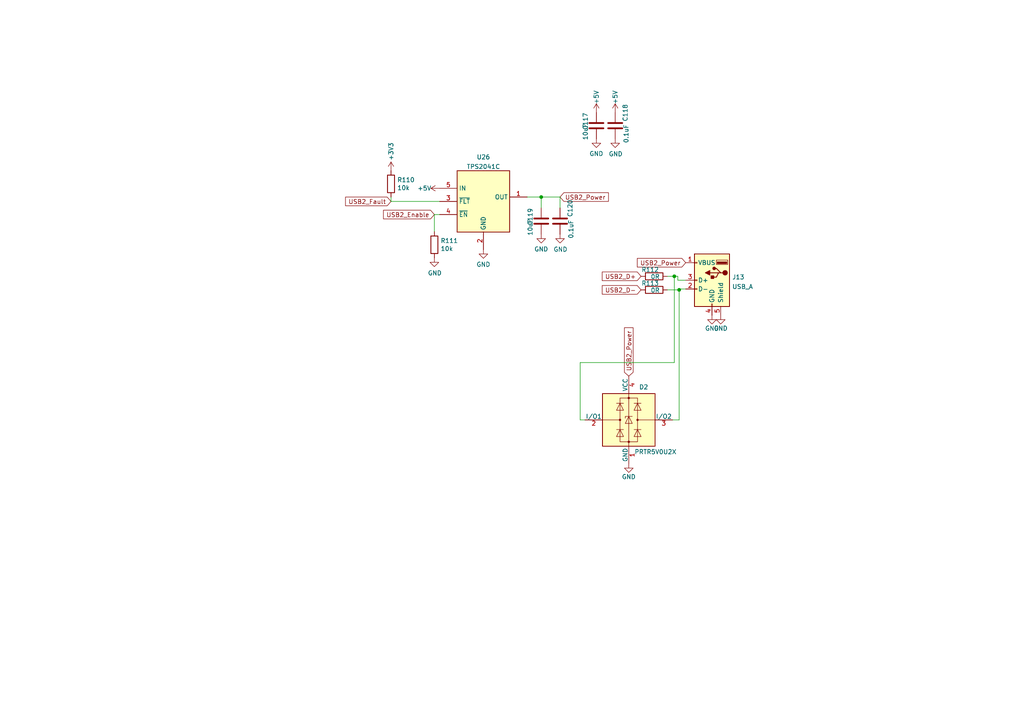
<source format=kicad_sch>
(kicad_sch (version 20211123) (generator eeschema)
  (paper "A4")
  (lib_symbols
    (symbol "Connector:USB_A" (pin_names (offset 1.016))
      (property "Reference" "J" (at -5.08 11.43 0))
      (property "Value" "USB_A" (at -5.08 8.89 0))
      (symbol "USB_A_0_1"
        (rectangle (start -5.08 -7.62) (end 5.08 7.62) (stroke (width 0.254)) (fill (type background)))
        (circle (center -3.81 2.159) (radius 0.635) (stroke (width 0.254)) (fill (type outline)))
        (rectangle (start -1.524 4.826) (end -4.318 5.334) (fill (type outline)))
        (rectangle (start -1.27 4.572) (end -4.572 5.842))
        (circle (center -0.635 3.429) (radius 0.381) (stroke (width 0.254)) (fill (type outline)))
        (rectangle (start -0.127 -7.62) (end 0.127 -6.858))
        (polyline (pts (xy -3.175 2.159) (xy -2.54 2.159) (xy -1.27 3.429) (xy -0.635 3.429)) (stroke (width 0.254)))
        (polyline (pts (xy -2.54 2.159) (xy -1.905 2.159) (xy -1.27 0.889) (xy 0 0.889)) (stroke (width 0.254)))
        (polyline (pts (xy 0.635 2.794) (xy 0.635 1.524) (xy 1.905 2.159) (xy 0.635 2.794)) (stroke (width 0.254)) (fill (type outline)))
        (rectangle (start 0.254 1.27) (end -0.508 0.508) (stroke (width 0.254)) (fill (type outline)))
        (rectangle (start 5.08 -2.667) (end 4.318 -2.413))
        (rectangle (start 5.08 -0.127) (end 4.318 0.127))
        (rectangle (start 5.08 4.953) (end 4.318 5.207))
      )
      (symbol "USB_A_1_1"
        (polyline (pts (xy -1.905 2.159) (xy 0.635 2.159)) (stroke (width 0.254)))
        (pin power_in line (at 7.62 5.08 180) (length 2.54) (name "VBUS") (number "1"))
        (pin bidirectional line (at 7.62 -2.54 180) (length 2.54) (name "D-") (number "2"))
        (pin bidirectional line (at 7.62 0 180) (length 2.54) (name "D+") (number "3"))
        (pin power_in line (at 0 -10.16 90) (length 2.54) (name "GND") (number "4"))
        (pin passive line (at -2.54 -10.16 90) (length 2.54) (name "Shield") (number "5"))
      )
    )
    (symbol "Device:C" (pin_numbers hide) (pin_names (offset 0.254))
      (property "Reference" "C" (at 0.635 2.54 0))
      (property "Value" "C" (at 0.635 -2.54 0))
      (symbol "C_0_1"
        (polyline (pts (xy -2.032 -0.762) (xy 2.032 -0.762)) (stroke (width 0.508)))
        (polyline (pts (xy -2.032 0.762) (xy 2.032 0.762)) (stroke (width 0.508)))
      )
      (symbol "C_1_1"
        (pin passive line (at 0 3.81 270) (length 2.794) (name "~") (number "1"))
        (pin passive line (at 0 -3.81 90) (length 2.794) (name "~") (number "2"))
      )
    )
    (symbol "Device:R" (pin_numbers hide) (pin_names (offset 0))
      (property "Reference" "R" (at 2.032 0 90))
      (property "Value" "R" (at 0 0 90))
      (symbol "R_0_1"
        (rectangle (start -1.016 -2.54) (end 1.016 2.54) (stroke (width 0.254)))
      )
      (symbol "R_1_1"
        (pin passive line (at 0 3.81 270) (length 1.27) (name "~") (number "1"))
        (pin passive line (at 0 -3.81 90) (length 1.27) (name "~") (number "2"))
      )
    )
    (symbol "Power_Protection:PRTR5V0U2X" (pin_names (offset 0))
      (property "Reference" "D" (at 2.794 8.636 0))
      (property "Value" "PRTR5V0U2X" (at 8.128 -9.398 0))
      (symbol "PRTR5V0U2X_0_1"
        (rectangle (start -7.62 -7.62) (end 7.62 7.62) (stroke (width 0.254)) (fill (type background)))
        (circle (center -2.54 0) (radius 0.254) (fill (type outline)))
        (rectangle (start -2.54 6.35) (end 2.54 -6.35))
        (circle (center 0 -6.35) (radius 0.254) (fill (type outline)))
        (polyline (pts (xy -2.54 0) (xy -7.62 0)))
        (polyline (pts (xy -1.524 -2.794) (xy -3.556 -2.794)))
        (polyline (pts (xy -1.524 4.826) (xy -3.556 4.826)))
        (polyline (pts (xy 0 -7.62) (xy 0 7.62)))
        (polyline (pts (xy 1.524 -2.794) (xy 3.556 -2.794)))
        (polyline (pts (xy 1.524 4.826) (xy 3.556 4.826)))
        (polyline (pts (xy 2.54 0) (xy 7.62 0)))
        (polyline (pts (xy 1.016 1.016) (xy -1.016 1.016) (xy -1.016 0.508)))
        (polyline (pts (xy -3.556 -4.826) (xy -1.524 -4.826) (xy -2.54 -2.794) (xy -3.556 -4.826)))
        (polyline (pts (xy -3.556 2.794) (xy -1.524 2.794) (xy -2.54 4.826) (xy -3.556 2.794)))
        (polyline (pts (xy -1.016 -1.016) (xy 1.016 -1.016) (xy 0 1.016) (xy -1.016 -1.016)))
        (polyline (pts (xy 3.556 -4.826) (xy 1.524 -4.826) (xy 2.54 -2.794) (xy 3.556 -4.826)))
        (polyline (pts (xy 3.556 2.794) (xy 1.524 2.794) (xy 2.54 4.826) (xy 3.556 2.794)))
        (circle (center 0 6.35) (radius 0.254) (fill (type outline)))
        (circle (center 2.54 0) (radius 0.254) (fill (type outline)))
      )
      (symbol "PRTR5V0U2X_1_1"
        (pin passive line (at 0 -12.7 90) (length 5.08) (name "GND") (number "1"))
        (pin passive line (at -12.7 0 0) (length 5.08) (name "I/O1") (number "2"))
        (pin passive line (at 12.7 0 180) (length 5.08) (name "I/O2") (number "3"))
        (pin passive line (at 0 12.7 270) (length 5.08) (name "VCC") (number "4"))
      )
    )
    (symbol "Symbols:TPS2041C"
      (property "Reference" "U" (at 0 10.16 0))
      (property "Value" "TPS2041C" (at 0 12.7 0))
      (symbol "TPS2041C_0_1"
        (rectangle (start -7.62 8.89) (end 7.62 -8.89) (stroke (width 0.254)) (fill (type background)))
      )
      (symbol "TPS2041C_1_1"
        (pin power_out line (at 12.7 1.27 180) (length 5.08) (name "OUT") (number "1"))
        (pin power_in line (at 0 -13.97 90) (length 5.08) (name "GND") (number "2"))
        (pin open_collector line (at -12.7 0 0) (length 5.08) (name "~{FLT}") (number "3"))
        (pin input line (at -12.7 -3.81 0) (length 5.08) (name "~{EN}") (number "4"))
        (pin power_in line (at -12.7 3.81 0) (length 5.08) (name "IN") (number "5"))
      )
    )
    (symbol "power:+3.3V" (power) (pin_names (offset 0))
      (property "Value" "+3.3V" (at 0 3.556 0))
      (symbol "+3.3V_0_1"
        (polyline (pts (xy -0.762 1.27) (xy 0 2.54)))
        (polyline (pts (xy 0 0) (xy 0 2.54)))
        (polyline (pts (xy 0 2.54) (xy 0.762 1.27)))
      )
      (symbol "+3.3V_1_1"
        (pin power_in line (at 0 0 90) (length 0) hide (name "+3V3") (number "1"))
      )
    )
    (symbol "power:+5V" (power) (pin_names (offset 0))
      (property "Value" "+5V" (at 0 3.556 0))
      (symbol "+5V_0_1"
        (polyline (pts (xy -0.762 1.27) (xy 0 2.54)))
        (polyline (pts (xy 0 0) (xy 0 2.54)))
        (polyline (pts (xy 0 2.54) (xy 0.762 1.27)))
      )
      (symbol "+5V_1_1"
        (pin power_in line (at 0 0 90) (length 0) hide (name "+5V") (number "1"))
      )
    )
    (symbol "power:GND" (power) (pin_names (offset 0))
      (property "Value" "GND" (at 0 -3.81 0))
      (symbol "GND_0_1"
        (polyline (pts (xy 0 0) (xy 0 -1.27) (xy 1.27 -1.27) (xy 0 -2.54) (xy -1.27 -1.27) (xy 0 -1.27)))
      )
      (symbol "GND_1_1"
        (pin power_in line (at 0 0 270) (length 0) hide (name "GND") (number "1"))
      )
    )
  )
  (junction (at 195.58 80.137))
  (junction (at 156.972 57.15))
  (junction (at 196.977 84.074))
  (wire (pts (xy 195.58 105.156) (xy 195.58 80.137)))
  (wire (pts (xy 168.275 121.793) (xy 168.275 105.156)))
  (wire (pts (xy 168.275 105.156) (xy 195.58 105.156)))
  (wire (pts (xy 113.411 58.42) (xy 113.411 57.15)))
  (wire (pts (xy 169.672 121.793) (xy 168.275 121.793)))
  (wire (pts (xy 196.596 80.137) (xy 195.58 80.137)))
  (wire (pts (xy 125.984 62.23) (xy 125.984 67.183)))
  (wire (pts (xy 198.882 81.28) (xy 196.596 81.28)))
  (wire (pts (xy 156.972 57.15) (xy 162.433 57.15)))
  (wire (pts (xy 197.358 83.82) (xy 198.882 83.82)))
  (wire (pts (xy 195.58 80.137) (xy 193.548 80.137)))
  (wire (pts (xy 196.977 84.074) (xy 196.977 121.793)))
  (wire (pts (xy 196.977 84.074) (xy 197.358 84.074)))
  (wire (pts (xy 156.972 57.15) (xy 156.972 60.325)))
  (wire (pts (xy 162.433 57.15) (xy 162.433 60.325)))
  (wire (pts (xy 152.908 57.15) (xy 156.972 57.15)))
  (wire (pts (xy 127.508 62.23) (xy 125.984 62.23)))
  (wire (pts (xy 195.072 121.793) (xy 196.977 121.793)))
  (wire (pts (xy 196.596 81.28) (xy 196.596 80.137)))
  (wire (pts (xy 197.358 84.074) (xy 197.358 83.82)))
  (wire (pts (xy 127.508 58.42) (xy 113.411 58.42)))
  (wire (pts (xy 193.548 84.074) (xy 196.977 84.074)))
  (global_label "USB2_D+" (shape input) (at 185.928 80.137 180) (property "Intersheet References" "${INTERSHEET_REFS}" (effects hide)))
  (global_label "USB2_D-" (shape input) (at 185.928 84.074 180) (property "Intersheet References" "${INTERSHEET_REFS}" (effects hide)))
  (global_label "USB2_Power" (shape input) (at 198.882 76.2 180) (property "Intersheet References" "${INTERSHEET_REFS}" (effects hide)))
  (global_label "USB2_Power" (shape input) (at 162.433 57.15 0) (property "Intersheet References" "${INTERSHEET_REFS}" (effects hide)))
  (global_label "USB2_Power" (shape input) (at 182.372 109.093 90) (property "Intersheet References" "${INTERSHEET_REFS}" (effects hide)))
  (global_label "USB2_Enable" (shape input) (at 125.984 62.23 180) (property "Intersheet References" "${INTERSHEET_REFS}" (effects hide)))
  (global_label "USB2_Fault" (shape input) (at 113.411 58.42 180) (property "Intersheet References" "${INTERSHEET_REFS}" (effects hide)))
  (symbol (lib_id "power:+5V") (at 178.435 32.639 0) (unit 1)
    (property "Reference" "#PWR0364" (effects hide))
    (property "Value" "+5V" (at 178.435 26.162 90) (effects (justify right)))
  )
  (symbol (lib_id "power:GND") (at 140.208 72.39 0) (unit 1)
    (property "Reference" "#PWR0371" (effects hide))
    (property "Value" "GND" (at 140.208 76.708 0))
  )
  (symbol (lib_id "power:GND") (at 156.972 67.945 0) (unit 1)
    (property "Reference" "#PWR0369" (effects hide))
    (property "Value" "GND" (at 156.972 72.263 0))
  )
  (symbol (lib_id "power:+5V") (at 127.508 54.61 90) (unit 1)
    (property "Reference" "#PWR0368" (effects hide))
    (property "Value" "+5V" (at 121.031 54.61 90) (effects (justify right)))
  )
  (symbol (lib_id "power:GND") (at 206.502 91.44 0) (unit 1)
    (property "Reference" "#PWR0373" (effects hide))
    (property "Value" "GND" (at 206.502 95.25 0))
  )
  (symbol (lib_id "power:+5V") (at 172.974 32.639 0) (unit 1)
    (property "Reference" "#PWR0363" (effects hide))
    (property "Value" "+5V" (at 172.974 26.162 90) (effects (justify right)))
  )
  (symbol (lib_id "power:GND") (at 172.974 40.259 0) (unit 1)
    (property "Reference" "#PWR0365" (effects hide))
    (property "Value" "GND" (at 172.974 44.577 0))
  )
  (symbol (lib_id "Device:C") (at 172.974 36.449 180) (unit 1)
    (property "Reference" "C117" (at 169.799 32.639 90) (effects (justify left)))
    (property "Value" "10uF" (at 169.799 35.814 90) (effects (justify left)))
    (property "Footprint" "Capacitor_SMD:C_0805_2012Metric" (effects hide))
  )
  (symbol (lib_id "Device:R") (at 189.738 80.137 90) (unit 1)
    (property "Reference" "R112" (at 191.135 78.232 90) (effects (justify left)))
    (property "Value" "0R" (at 191.389 80.264 90) (effects (justify left)))
    (property "Footprint" "Resistor_SMD:R_0603_1608Metric" (effects hide))
  )
  (symbol (lib_id "Device:C") (at 156.972 64.135 180) (unit 1)
    (property "Reference" "C119" (at 153.797 60.325 90) (effects (justify left)))
    (property "Value" "10uF" (at 153.797 63.5 90) (effects (justify left)))
    (property "Footprint" "Capacitor_SMD:C_0805_2012Metric" (effects hide))
  )
  (symbol (lib_id "Device:C") (at 162.433 64.135 0) (unit 1)
    (property "Reference" "C120" (at 165.354 62.9666 90) (effects (justify left)))
    (property "Value" "0.1uF" (at 165.608 69.215 90) (effects (justify left)))
    (property "Footprint" "Capacitor_SMD:C_0603_1608Metric" (effects hide))
  )
  (symbol (lib_id "power:+3.3V") (at 113.411 49.53 0) (unit 1)
    (property "Reference" "#PWR0125" (effects hide))
    (property "Value" "+3.3V" (at 113.411 43.942 90))
  )
  (symbol (lib_id "Device:R") (at 113.411 53.34 0) (unit 1)
    (property "Reference" "R110" (at 115.189 52.1716 0) (effects (justify left)))
    (property "Value" "10k" (at 115.189 54.483 0) (effects (justify left)))
    (property "Footprint" "Resistor_SMD:R_0603_1608Metric" (effects hide))
  )
  (symbol (lib_id "power:GND") (at 182.372 134.493 0) (unit 1)
    (property "Reference" "#PWR0375" (effects hide))
    (property "Value" "GND" (at 182.372 138.303 0))
  )
  (symbol (lib_id "Power_Protection:PRTR5V0U2X") (at 182.372 121.793 0) (unit 1)
    (property "Reference" "D2" (at 186.69 112.268 0))
    (property "Value" "PRTR5V0U2X" (at 190.119 131.064 0))
    (property "Footprint" "Package_TO_SOT_SMD:SOT-143" (effects hide))
    (property "Datasheet" "https://assets.nexperia.com/documents/data-sheet/PRTR5V0U2X.pdf" (effects hide))
  )
  (symbol (lib_id "power:GND") (at 162.433 67.945 0) (unit 1)
    (property "Reference" "#PWR0370" (effects hide))
    (property "Value" "GND" (at 162.56 72.3392 0))
  )
  (symbol (lib_id "Device:C") (at 178.435 36.449 0) (unit 1)
    (property "Reference" "C118" (at 181.356 35.2806 90) (effects (justify left)))
    (property "Value" "0.1uF" (at 181.61 41.529 90) (effects (justify left)))
    (property "Footprint" "Capacitor_SMD:C_0603_1608Metric" (effects hide))
  )
  (symbol (lib_id "Symbols:TPS2041C") (at 140.208 58.42 0) (unit 1)
    (property "Reference" "U26" (at 140.208 45.5635 0))
    (property "Value" "TPS2041C" (at 140.208 48.3386 0))
    (property "Footprint" "Package_TO_SOT_SMD:SOT-23-5" (effects hide))
  )
  (symbol (lib_id "Device:R") (at 189.738 84.074 90) (unit 1)
    (property "Reference" "R113" (at 191.135 82.169 90) (effects (justify left)))
    (property "Value" "0R" (at 191.389 84.201 90) (effects (justify left)))
    (property "Footprint" "Resistor_SMD:R_0603_1608Metric" (effects hide))
  )
  (symbol (lib_id "power:GND") (at 178.435 40.259 0) (unit 1)
    (property "Reference" "#PWR0366" (effects hide))
    (property "Value" "GND" (at 178.562 44.6532 0))
  )
  (symbol (lib_id "Connector:USB_A") (at 206.502 81.28 0) (mirror y) (unit 1)
    (property "Reference" "J13" (at 212.344 80.3715 0) (effects (justify right)))
    (property "Value" "USB_A" (at 212.344 83.1466 0) (effects (justify right)))
    (property "Footprint" "Connector_USB:USB_A_Wuerth_614004134726_Horizontal" (effects hide))
    (property "Datasheet" " ~" (effects hide))
  )
  (symbol (lib_id "power:GND") (at 209.042 91.44 0) (unit 1)
    (property "Reference" "#PWR0374" (effects hide))
    (property "Value" "GND" (at 209.042 95.25 0))
  )
  (symbol (lib_id "power:GND") (at 125.984 74.803 0) (unit 1)
    (property "Reference" "#PWR0372" (effects hide))
    (property "Value" "GND" (at 126.111 79.1972 0))
  )
  (symbol (lib_id "Device:R") (at 125.984 70.993 0) (unit 1)
    (property "Reference" "R111" (at 127.762 69.8246 0) (effects (justify left)))
    (property "Value" "10k" (at 127.762 72.136 0) (effects (justify left)))
    (property "Footprint" "Resistor_SMD:R_0603_1608Metric" (effects hide))
  )
)
</source>
